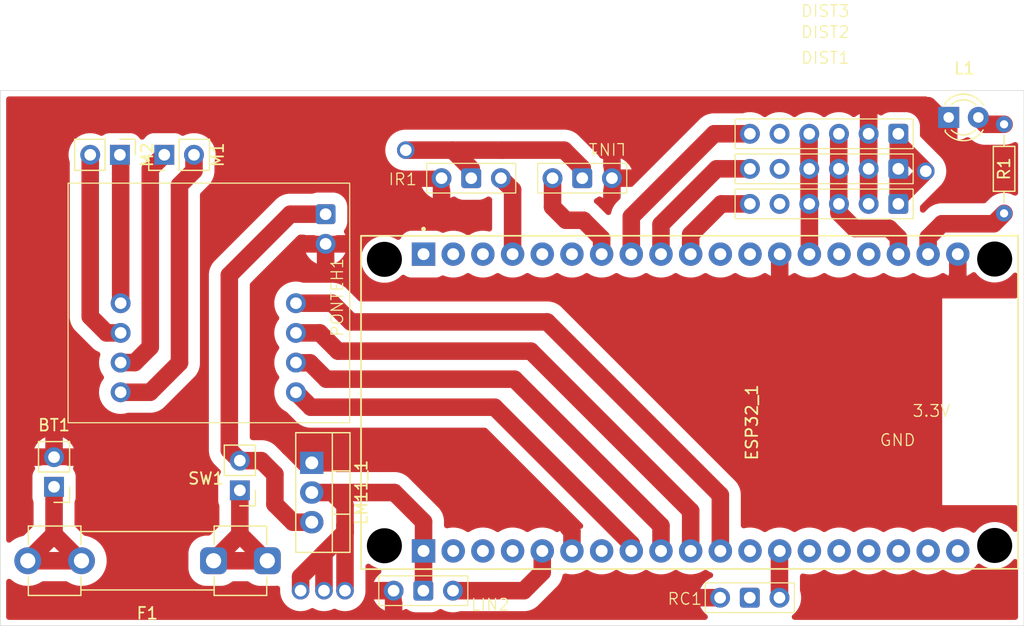
<source format=kicad_pcb>
(kicad_pcb (version 20241229) (generator "pcbnew") (generator_version "9.0")
  (layers (0 "F.Cu" signal) (2 "B.Cu" signal) (13 "F.Paste" user) (15 "B.Paste" user) (5 "F.SilkS" user "F.Silkscreen") (7 "B.SilkS" user "B.Silkscreen") (1 "F.Mask" user) (3 "B.Mask" user) (25 "Edge.Cuts" user))
  (net 0 "")
  (net 3 "Net-(BT1-+)")
  (net 5 "GND")
  (net 8 "VCC 3.3v")
  (net 10 "DIST_SCL")
  (net 12 "DIST_XSHUT_1")
  (net 13 "DIST_SDA")
  (net 14 "DIST_XSHUT_2")
  (net 15 "DIST_XSHUT_3")
  (net 16 "LED")
  (net 17 "Net-(M1-+)")
  (net 18 "Net-(M1--)")
  (net 19 "Net-(M2--)")
  (net 20 "Net-(M2-+)")
  (net 21 "PONTEH_3")
  (net 22 "LIN_2")
  (net 24 "PONTEH_4")
  (net 25 "LIN_1")
  (net 26 "PONTEH_1")
  (net 27 "PONTEH_2")
  (net 28 "IR")
  (net 29 "RC")
  (net 30 "Net-(SW1A-A)")
  (net 31 "Net-(L1-A)")
  (net 32 "VCC 12v")
  (footprint "Connector_PinHeader_2.54mm:PinHeader_1x02_P2.54mm_Vertical" (layer "F.Cu") (at 125.9 84.4125 180)
    (property "Reference" "SW1" (at 2.9 1.0125 0) (layer "F.SilkS"))
    (property "Value" "SW_DPST_x2")
    (fp_line (start 1.33 1.27) (end 1.33 3.87) (stroke (width 0.12)) (layer "F.SilkS"))
    (fp_line (start -1.33 3.87) (end 1.33 3.87) (stroke (width 0.12)) (layer "F.SilkS"))
    (fp_line (start -1.33 1.27) (end 1.33 1.27) (stroke (width 0.12)) (layer "F.SilkS"))
    (fp_line (start -1.33 1.27) (end -1.33 3.87) (stroke (width 0.12)) (layer "F.SilkS"))
    (fp_line (start -1.33 0) (end -1.33 -1.33) (stroke (width 0.12)) (layer "F.SilkS"))
    (fp_line (start -1.33 -1.33) (end 0 -1.33) (stroke (width 0.12)) (layer "F.SilkS"))
    (pad "1" thru_hole rect (at 0 0 180) (size 1.7 1.7) (drill 1) (layers "*.Cu" "*.Mask") (net 30 "Net-(SW1A-A)"))
    (pad "2" thru_hole oval (at 0 2.54 180) (size 1.7 1.7) (drill 1) (layers "*.Cu" "*.Mask") (net 32 "VCC 12v"))
  )
  (footprint "Biblioteca_Footprints:Vl53l0x_custom" (layer "F.Cu") (at 175.9 59.9 180)
    (property "Reference" "DIST3" (at -0.1 16.5 0) (layer "F.SilkS") (effects (font (thickness 0.1))))
    (property "Value" "VL53L0XX-V2")
    (fp_poly (pts (xy -7.62 -1.27) (xy 7.62 -1.27) (xy 7.62 1.27) (xy -7.62 1.27)) (stroke (width 0.1)) (fill no) (layer "F.SilkS"))
    (pad "1" thru_hole roundrect (at -6.35 0 270) (size 1.7 1.7) (drill 1) (layers "*.Cu" "*.Mask") (roundrect_rratio 0.1470588235) (net 8 "VCC 3.3v"))
    (pad "2" thru_hole oval (at -3.810003 0 270) (size 1.7 1.7) (drill 1) (layers "*.Cu" "*.Mask") (net 5 "GND"))
    (pad "3" thru_hole oval (at -1.27 0 270) (size 1.7 1.7) (drill 1) (layers "*.Cu" "*.Mask") (net 10 "DIST_SCL"))
    (pad "4" thru_hole oval (at 1.27 0 270) (size 1.7 1.7) (drill 1) (layers "*.Cu" "*.Mask") (net 13 "DIST_SDA"))
    (pad "5" thru_hole oval (at 3.810003 0 270) (size 1.7 1.7) (drill 1) (layers "*.Cu" "*.Mask"))
    (pad "6" thru_hole oval (at 6.35 0 270) (size 1.7 1.7) (drill 1) (layers "*.Cu" "*.Mask") (net 15 "DIST_XSHUT_3"))
  )
  (footprint "Fuse:Fuseholder_Clip-5x20mm_Littelfuse_100_Inline_P20.50x4.60mm_D1.30mm_Horizontal" (layer "F.Cu") (at 128.25 90.4375 180)
    (property "Reference" "F1" (at 10.275 -4.5 0) (layer "F.SilkS"))
    (property "Value" "Fuse")
    (fp_line (start 20.45 1.4) (end 20.45 2.97) (stroke (width 0.12)) (layer "F.SilkS"))
    (fp_line (start 20.45 -1.4) (end 20.45 -2.97) (stroke (width 0.12)) (layer "F.SilkS"))
    (fp_line (start 20.45 -2.97) (end 15.95 -2.97) (stroke (width 0.12)) (layer "F.SilkS"))
    (fp_line (start 15.95 2.97) (end 20.45 2.97) (stroke (width 0.12)) (layer "F.SilkS"))
    (fp_line (start 15.95 2.97) (end 15.95 1.4) (stroke (width 0.12)) (layer "F.SilkS"))
    (fp_line (start 15.95 2.5) (end 4.55 2.5) (stroke (width 0.12)) (layer "F.SilkS"))
    (fp_line (start 15.95 -2.5) (end 4.55 -2.5) (stroke (width 0.12)) (layer "F.SilkS"))
    (fp_line (start 15.95 -2.97) (end 15.95 -1.4) (stroke (width 0.12)) (layer "F.SilkS"))
    (fp_line (start 4.55 2.97) (end 4.55 1.4) (stroke (width 0.12)) (layer "F.SilkS"))
    (fp_line (start 4.55 2.97) (end 0.05 2.97) (stroke (width 0.12)) (layer "F.SilkS"))
    (fp_line (start 4.55 -2.97) (end 4.55 -1.4) (stroke (width 0.12)) (layer "F.SilkS"))
    (fp_line (start 4.55 -2.97) (end 0.05 -2.97) (stroke (width 0.12)) (layer "F.SilkS"))
    (fp_line (start 0.05 2.97) (end 0.05 1.4) (stroke (width 0.12)) (layer "F.SilkS"))
    (fp_line (start 0.05 -2.97) (end 0.05 -1.4) (stroke (width 0.12)) (layer "F.SilkS"))
    (pad "1" thru_hole roundrect (at 0 0 180) (size 2.3 2.3) (drill 1.3) (layers "*.Cu" "*.Mask") (net 30 "Net-(SW1A-A)"))
    (pad "1" thru_hole roundrect (at 4.6 0 180) (size 2.3 2.3) (drill 1.3) (layers "*.Cu" "*.Mask") (net 30 "Net-(SW1A-A)"))
    (pad "2" thru_hole circle (at 15.9 0 180) (size 2.3 2.3) (drill 1.3) (layers "*.Cu" "*.Mask") (net 3 "Net-(BT1-+)"))
    (pad "2" thru_hole circle (at 20.5 0 180) (size 2.3 2.3) (drill 1.3) (layers "*.Cu" "*.Mask") (net 3 "Net-(BT1-+)"))
  )
  (footprint "Connector_PinHeader_2.54mm:PinHeader_1x02_P2.54mm_Vertical" (layer "F.Cu") (at 115.635 55.7 -90)
    (property "Reference" "M2" (at 0 -2.33 90) (layer "F.SilkS"))
    (property "Value" "Motor_DC")
    (fp_line (start -1.33 3.87) (end 1.33 3.87) (stroke (width 0.12)) (layer "F.SilkS"))
    (fp_line (start -1.33 1.27) (end -1.33 3.87) (stroke (width 0.12)) (layer "F.SilkS"))
    (fp_line (start -1.33 1.27) (end 1.33 1.27) (stroke (width 0.12)) (layer "F.SilkS"))
    (fp_line (start 1.33 1.27) (end 1.33 3.87) (stroke (width 0.12)) (layer "F.SilkS"))
    (fp_line (start -1.33 0) (end -1.33 -1.33) (stroke (width 0.12)) (layer "F.SilkS"))
    (fp_line (start -1.33 -1.33) (end 0 -1.33) (stroke (width 0.12)) (layer "F.SilkS"))
    (pad "1" thru_hole rect (at 0 0 270) (size 1.7 1.7) (drill 1) (layers "*.Cu" "*.Mask") (net 20 "Net-(M2-+)"))
    (pad "2" thru_hole oval (at 0 2.54 270) (size 1.7 1.7) (drill 1) (layers "*.Cu" "*.Mask") (net 19 "Net-(M2--)"))
  )
  (footprint "Biblioteca_Footprints:QRE1113_custom" (layer "F.Cu") (at 155.2 57.7 180)
    (property "Reference" "LIN1" (at -2.1 2.5 180) (layer "F.SilkS") (effects (font (thickness 0.1))))
    (property "Value" "~" (hide yes))
    (fp_rect (start -3.81 -1.27) (end 3.81 1.27) (stroke (width 0.1)) (fill no) (layer "F.SilkS"))
    (pad "1" thru_hole roundrect (at 0 0 270) (size 1.7 1.7) (drill 1) (layers "*.Cu" "*.Mask") (roundrect_rratio 0.1470588235) (net 8 "VCC 3.3v"))
    (pad "2" thru_hole oval (at -2.54 0 270) (size 1.7 1.7) (drill 1) (layers "*.Cu" "*.Mask") (net 5 "GND"))
    (pad "3" thru_hole oval (at 2.54 0 270) (size 1.7 1.7) (drill 1) (layers "*.Cu" "*.Mask") (net 25 "LIN_1"))
  )
  (footprint "Biblioteca_Footprints:Vl53l0x_custom" (layer "F.Cu") (at 175.9 53.9 180)
    (property "Reference" "DIST1" (at -0.1 6.5 0) (layer "F.SilkS") (effects (font (thickness 0.1))))
    (property "Value" "VL53L0XX-V2")
    (fp_poly (pts (xy -7.62 -1.27) (xy 7.62 -1.27) (xy 7.62 1.27) (xy -7.62 1.27)) (stroke (width 0.1)) (fill no) (layer "F.SilkS"))
    (pad "1" thru_hole roundrect (at -6.35 0 270) (size 1.7 1.7) (drill 1) (layers "*.Cu" "*.Mask") (roundrect_rratio 0.1470588235) (net 8 "VCC 3.3v"))
    (pad "2" thru_hole oval (at -3.810003 0 270) (size 1.7 1.7) (drill 1) (layers "*.Cu" "*.Mask") (net 5 "GND"))
    (pad "3" thru_hole oval (at -1.27 0 270) (size 1.7 1.7) (drill 1) (layers "*.Cu" "*.Mask") (net 10 "DIST_SCL"))
    (pad "4" thru_hole oval (at 1.27 0 270) (size 1.7 1.7) (drill 1) (layers "*.Cu" "*.Mask") (net 13 "DIST_SDA"))
    (pad "5" thru_hole oval (at 3.810003 0 270) (size 1.7 1.7) (drill 1) (layers "*.Cu" "*.Mask"))
    (pad "6" thru_hole oval (at 6.35 0 270) (size 1.7 1.7) (drill 1) (layers "*.Cu" "*.Mask") (net 12 "DIST_XSHUT_1"))
  )
  (footprint "Resistor_THT:R_Axial_DIN0204_L3.6mm_D1.6mm_P7.62mm_Horizontal" (layer "F.Cu") (at 191.3 60.71 90)
    (property "Reference" "R1" (at 3.81 0 90) (layer "F.SilkS"))
    (property "Value" "R")
    (fp_line (start 5.73 -0.92) (end 1.89 -0.92) (stroke (width 0.12)) (layer "F.SilkS"))
    (fp_line (start 1.89 -0.92) (end 1.89 0.92) (stroke (width 0.12)) (layer "F.SilkS"))
    (fp_line (start 6.68 0) (end 5.73 0) (stroke (width 0.12)) (layer "F.SilkS"))
    (fp_line (start 0.94 0) (end 1.89 0) (stroke (width 0.12)) (layer "F.SilkS"))
    (fp_line (start 5.73 0.92) (end 5.73 -0.92) (stroke (width 0.12)) (layer "F.SilkS"))
    (fp_line (start 1.89 0.92) (end 5.73 0.92) (stroke (width 0.12)) (layer "F.SilkS"))
    (pad "1" thru_hole circle (at 0 0 90) (size 1.4 1.4) (drill 0.7) (layers "*.Cu" "*.Mask") (net 16 "LED"))
    (pad "2" thru_hole oval (at 7.62 0 90) (size 1.4 1.4) (drill 0.7) (layers "*.Cu" "*.Mask") (net 31 "Net-(L1-A)"))
  )
  (footprint "Biblioteca_Footprints:Vl53l0x_custom" (layer "F.Cu") (at 175.9 56.9 180)
    (property "Reference" "DIST2" (at -0.1 11.7 0) (layer "F.SilkS") (effects (font (thickness 0.1))))
    (property "Value" "VL53L0XX-V2")
    (fp_rect (start -7.62 -1.27) (end 7.62 1.27) (stroke (width 0.1)) (fill no) (layer "F.SilkS"))
    (pad "1" thru_hole roundrect (at -6.35 0 270) (size 1.7 1.7) (drill 1) (layers "*.Cu" "*.Mask") (roundrect_rratio 0.1470588235) (net 8 "VCC 3.3v"))
    (pad "2" thru_hole oval (at -3.81 0 270) (size 1.7 1.7) (drill 1) (layers "*.Cu" "*.Mask") (net 5 "GND"))
    (pad "3" thru_hole oval (at -1.27 0 270) (size 1.7 1.7) (drill 1) (layers "*.Cu" "*.Mask") (net 10 "DIST_SCL"))
    (pad "4" thru_hole oval (at 1.27 0 270) (size 1.7 1.7) (drill 1) (layers "*.Cu" "*.Mask") (net 13 "DIST_SDA"))
    (pad "5" thru_hole oval (at 3.81 0 270) (size 1.7 1.7) (drill 1) (layers "*.Cu" "*.Mask"))
    (pad "6" thru_hole oval (at 6.35 0 270) (size 1.7 1.7) (drill 1) (layers "*.Cu" "*.Mask") (net 14 "DIST_XSHUT_2"))
  )
  (footprint "Connector_PinHeader_2.54mm:PinHeader_1x02_P2.54mm_Vertical" (layer "F.Cu") (at 110 84.1125 180)
    (property "Reference" "BT1" (at 0 5.275 0) (layer "F.SilkS"))
    (property "Value" "Battery")
    (fp_line (start 1.33 1.27) (end 1.33 3.87) (stroke (width 0.12)) (layer "F.SilkS"))
    (fp_line (start -1.33 3.87) (end 1.33 3.87) (stroke (width 0.12)) (layer "F.SilkS"))
    (fp_line (start -1.33 1.27) (end 1.33 1.27) (stroke (width 0.12)) (layer "F.SilkS"))
    (fp_line (start -1.33 1.27) (end -1.33 3.87) (stroke (width 0.12)) (layer "F.SilkS"))
    (fp_line (start -1.33 0) (end -1.33 -1.33) (stroke (width 0.12)) (layer "F.SilkS"))
    (fp_line (start -1.33 -1.33) (end 0 -1.33) (stroke (width 0.12)) (layer "F.SilkS"))
    (pad "1" thru_hole rect (at 0 0 180) (size 1.7 1.7) (drill 1) (layers "*.Cu" "*.Mask") (net 3 "Net-(BT1-+)"))
    (pad "2" thru_hole oval (at 0 2.54 180) (size 1.7 1.7) (drill 1) (layers "*.Cu" "*.Mask") (net 5 "GND"))
  )
  (footprint "Biblioteca_Footprints:PONTEH_custom" (layer "F.Cu") (at 115.7 78.56 90)
    (property "Reference" "PONTEH1" (at 10.66 18.535 90) (layer "F.SilkS") (effects (font (thickness 0.1))))
    (property "Value" "L298")
    (fp_rect (start 20.435 -4.5) (end -0.065 19.6) (stroke (width 0.1)) (fill no) (layer "F.SilkS"))
    (pad "1" thru_hole roundrect (at 17.78 17.54) (size 1.7 1.7) (drill 1) (layers "*.Cu" "*.Mask") (roundrect_rratio 0.1470588235) (net 32 "VCC 12v"))
    (pad "2" thru_hole oval (at 15.24 17.54) (size 1.7 1.7) (drill 1) (layers "*.Cu" "*.Mask") (net 5 "GND"))
    (pad "3" thru_hole oval (at 10.16 15) (size 1.7 1.7) (drill 1) (layers "*.Cu" "*.Mask") (net 26 "PONTEH_1"))
    (pad "4" thru_hole oval (at 7.62 15) (size 1.7 1.7) (drill 1) (layers "*.Cu" "*.Mask") (net 27 "PONTEH_2"))
    (pad "5" thru_hole oval (at 5.08 15) (size 1.7 1.7) (drill 1) (layers "*.Cu" "*.Mask") (net 21 "PONTEH_3"))
    (pad "6" thru_hole oval (at 2.54 15) (size 1.7 1.7) (drill 1) (layers "*.Cu" "*.Mask") (net 24 "PONTEH_4"))
    (pad "7" thru_hole oval (at 10.16 0) (size 1.7 1.7) (drill 1) (layers "*.Cu" "*.Mask") (net 20 "Net-(M2-+)"))
    (pad "8" thru_hole oval (at 7.62 0) (size 1.7 1.7) (drill 1) (layers "*.Cu" "*.Mask") (net 19 "Net-(M2--)"))
    (pad "9" thru_hole oval (at 5.08 0) (size 1.7 1.7) (drill 1) (layers "*.Cu" "*.Mask") (net 17 "Net-(M1-+)"))
    (pad "A" thru_hole oval (at 2.54 0) (size 1.7 1.7) (drill 1) (layers "*.Cu" "*.Mask") (net 18 "Net-(M1--)"))
  )
  (footprint "Biblioteca_Footprints:KY022_custom" (layer "F.Cu") (at 145.7 57.7)
    (property "Reference" "IR1" (at -5.86 0.1 0) (layer "F.SilkS") (effects (font (thickness 0.1))))
    (property "Value" "~" (hide yes))
    (fp_rect (start -3.81 -1.27) (end 3.81 1.27) (stroke (width 0.1)) (fill no) (layer "F.SilkS"))
    (pad "1" thru_hole roundrect (at 0 0 90) (size 1.7 1.7) (drill 1) (layers "*.Cu" "*.Mask") (roundrect_rratio 0.1470588235) (net 8 "VCC 3.3v"))
    (pad "2" thru_hole oval (at -2.54 0 90) (size 1.7 1.7) (drill 1) (layers "*.Cu" "*.Mask") (net 5 "GND"))
    (pad "3" thru_hole oval (at 2.54 0 90) (size 1.7 1.7) (drill 1) (layers "*.Cu" "*.Mask") (net 28 "IR"))
  )
  (footprint "Package_TO_SOT_THT:TO-220-3_Vertical" (layer "F.Cu") (at 132.055 82.06 -90)
    (property "Reference" "LM11_1" (at 2.54 -4.245 90) (layer "F.SilkS"))
    (property "Value" "LM1117T-3.3")
    (fp_line (start -2.58 1.371) (end 7.66 1.371) (stroke (width 0.12)) (layer "F.SilkS"))
    (fp_line (start -2.58 -1.76) (end 7.66 -1.76) (stroke (width 0.12)) (layer "F.SilkS"))
    (fp_line (start -2.58 -3.27) (end -2.58 1.371) (stroke (width 0.12)) (layer "F.SilkS"))
    (fp_line (start -2.58 -3.27) (end 7.66 -3.27) (stroke (width 0.12)) (layer "F.SilkS"))
    (fp_line (start 0.69 -3.27) (end 0.69 -1.76) (stroke (width 0.12)) (layer "F.SilkS"))
    (fp_line (start 4.391 -3.27) (end 4.391 -1.76) (stroke (width 0.12)) (layer "F.SilkS"))
    (fp_line (start 7.66 -3.27) (end 7.66 1.371) (stroke (width 0.12)) (layer "F.SilkS"))
    (pad "1" thru_hole rect (at 0 0 270) (size 1.905 2) (drill 1.1) (layers "*.Cu" "*.Mask") (net 5 "GND"))
    (pad "2" thru_hole oval (at 2.54 0 270) (size 1.905 2) (drill 1.1) (layers "*.Cu" "*.Mask") (net 8 "VCC 3.3v"))
    (pad "3" thru_hole oval (at 5.08 0 270) (size 1.905 2) (drill 1.1) (layers "*.Cu" "*.Mask") (net 32 "VCC 12v"))
  )
  (footprint "Connector_PinHeader_2.54mm:PinHeader_1x02_P2.54mm_Vertical" (layer "F.Cu") (at 119.435 55.7 90)
    (property "Reference" "M1" (at 0 4.575 90) (layer "F.SilkS"))
    (property "Value" "Motor_DC")
    (fp_line (start -1.33 -1.33) (end 0 -1.33) (stroke (width 0.12)) (layer "F.SilkS"))
    (fp_line (start -1.33 0) (end -1.33 -1.33) (stroke (width 0.12)) (layer "F.SilkS"))
    (fp_line (start 1.33 1.27) (end 1.33 3.87) (stroke (width 0.12)) (layer "F.SilkS"))
    (fp_line (start -1.33 1.27) (end 1.33 1.27) (stroke (width 0.12)) (layer "F.SilkS"))
    (fp_line (start -1.33 1.27) (end -1.33 3.87) (stroke (width 0.12)) (layer "F.SilkS"))
    (fp_line (start -1.33 3.87) (end 1.33 3.87) (stroke (width 0.12)) (layer "F.SilkS"))
    (pad "1" thru_hole rect (at 0 0 90) (size 1.7 1.7) (drill 1) (layers "*.Cu" "*.Mask") (net 17 "Net-(M1-+)"))
    (pad "2" thru_hole oval (at 0 2.54 90) (size 1.7 1.7) (drill 1) (layers "*.Cu" "*.Mask") (net 18 "Net-(M1--)"))
  )
  (footprint "Biblioteca_Footprints:QRE1113_custom" (layer "F.Cu") (at 141.6 93)
    (property "Reference" "LIN2" (at 5.725 1.2 0) (layer "F.SilkS") (effects (font (thickness 0.1))))
    (property "Value" "~" (hide yes))
    (fp_rect (start -3.81 -1.27) (end 3.81 1.27) (stroke (width 0.1)) (fill no) (layer "F.SilkS"))
    (pad "1" thru_hole roundrect (at 0 0 90) (size 1.7 1.7) (drill 1) (layers "*.Cu" "*.Mask") (roundrect_rratio 0.1470588235) (net 8 "VCC 3.3v"))
    (pad "2" thru_hole oval (at -2.54 0 90) (size 1.7 1.7) (drill 1) (layers "*.Cu" "*.Mask") (net 5 "GND"))
    (pad "3" thru_hole oval (at 2.54 0 90) (size 1.7 1.7) (drill 1) (layers "*.Cu" "*.Mask") (net 22 "LIN_2"))
  )
  (footprint "ESP32-DEVKIT-V1:MODULE_ESP32_DEVKIT_V1" (layer "F.Cu") (at 167.02 76.9 90)
    (property "Reference" "ESP32_1" (at -1.7 2.7 90) (layer "F.SilkS"))
    (property "Value" "ESP32-DEVKIT-V1")
    (fp_line (start 14.255 -30.75) (end 3.186 -30.75) (stroke (width 0.127)) (layer "F.SilkS"))
    (fp_line (start 14.255 -30.75) (end -14.255 -30.75) (stroke (width 0.127)) (layer "F.SilkS"))
    (fp_line (start 3.186 -30.75) (end -3.525 -30.75) (stroke (width 0.127)) (layer "F.SilkS"))
    (fp_line (start -3.525 -30.75) (end -14.255 -30.75) (stroke (width 0.127)) (layer "F.SilkS"))
    (fp_line (start -14.255 -30.75) (end -14.23 25.475) (stroke (width 0.127)) (layer "F.SilkS"))
    (fp_line (start -14.255 -30.75) (end -14.23 25.475) (stroke (width 0.127)) (layer "F.SilkS"))
    (fp_line (start 14.28 25.475) (end 14.28 -30.75) (stroke (width 0.127)) (layer "F.SilkS"))
    (fp_line (start 14.28 25.475) (end 14.255 -30.75) (stroke (width 0.127)) (layer "F.SilkS"))
    (fp_line (start 14.28 25.475) (end 8.91 25.475) (stroke (width 0.127)) (layer "F.SilkS"))
    (fp_line (start 8.91 25.475) (end -8.78 25.475) (stroke (width 0.127)) (layer "F.SilkS"))
    (fp_line (start -8.78 25.475) (end -14.23 25.475) (stroke (width 0.127)) (layer "F.SilkS"))
    (fp_line (start -14.23 25.475) (end 14.28 25.475) (stroke (width 0.127)) (layer "F.SilkS"))
    (fp_circle (center 14.85 -25.4) (end 14.75 -25.4) (stroke (width 0.2)) (fill no) (layer "F.SilkS"))
    (pad "" np_thru_hole circle (at -12.255 -28.75 90) (size 3 3) (drill 3) (layers "*.Mask") (clearance 0.5))
    (pad "" np_thru_hole circle (at -12.23 23.475 90) (size 3 3) (drill 3) (layers "*.Mask") (clearance 0.5))
    (pad "" np_thru_hole circle (at 12.255 -28.75 90) (size 3 3) (drill 3) (layers "*.Mask") (clearance 0.5))
    (pad "" np_thru_hole circle (at 12.28 23.475 90) (size 3 3) (drill 3) (layers "*.Mask") (clearance 0.5))
    (pad "1" thru_hole rect (at 12.7 -25.4 90) (size 2 2) (drill 1.02) (layers "*.Cu" "*.Mask"))
    (pad "2" thru_hole circle (at 12.7 -22.86 90) (size 2 2) (drill 1.02) (layers "*.Cu" "*.Mask"))
    (pad "3" thru_hole circle (at 12.7 -20.32 90) (size 2 2) (drill 1.02) (layers "*.Cu" "*.Mask"))
    (pad "4" thru_hole circle (at 12.7 -17.78 90) (size 2 2) (drill 1.02) (layers "*.Cu" "*.Mask") (net 28 "IR"))
    (pad "5" thru_hole circle (at 12.7 -15.24 90) (size 2 2) (drill 1.02) (layers "*.Cu" "*.Mask"))
    (pad "6" thru_hole circle (at 12.7 -12.7 90) (size 2 2) (drill 1.02) (layers "*.Cu" "*.Mask"))
    (pad "7" thru_hole circle (at 12.7 -10.16 90) (size 2 2) (drill 1.02) (layers "*.Cu" "*.Mask") (net 25 "LIN_1"))
    (pad "8" thru_hole circle (at 12.7 -7.62 90) (size 2 2) (drill 1.02) (layers "*.Cu" "*.Mask") (net 12 "DIST_XSHUT_1"))
    (pad "9" thru_hole circle (at 12.7 -5.08 90) (size 2 2) (drill 1.02) (layers "*.Cu" "*.Mask") (net 14 "DIST_XSHUT_2"))
    (pad "10" thru_hole circle (at 12.7 -2.54 90) (size 2 2) (drill 1.02) (layers "*.Cu" "*.Mask") (net 15 "DIST_XSHUT_3"))
    (pad "11" thru_hole circle (at 12.7 0 90) (size 2 2) (drill 1.02) (layers "*.Cu" "*.Mask"))
    (pad "12" thru_hole circle (at 12.7 2.54 90) (size 2 2) (drill 1.02) (layers "*.Cu" "*.Mask"))
    (pad "13" thru_hole circle (at 12.7 5.08 90) (size 2 2) (drill 1.02) (layers "*.Cu" "*.Mask") (net 5 "GND"))
    (pad "14" thru_hole circle (at 12.7 7.62 90) (size 2 2) (drill 1.02) (layers "*.Cu" "*.Mask") (net 13 "DIST_SDA"))
    (pad "15" thru_hole circle (at 12.7 10.16 90) (size 2 2) (drill 1.02) (layers "*.Cu" "*.Mask"))
    (pad "16" thru_hole circle (at 12.7 12.7 90) (size 2 2) (drill 1.02) (layers "*.Cu" "*.Mask"))
    (pad "17" thru_hole circle (at 12.7 15.24 90) (size 2 2) (drill 1.02) (layers "*.Cu" "*.Mask") (net 10 "DIST_SCL"))
    (pad "18" thru_hole circle (at 12.7 17.78 90) (size 2 2) (drill 1.02) (layers "*.Cu" "*.Mask") (net 16 "LED"))
    (pad "19" thru_hole circle (at 12.7 20.32 90) (size 2 2) (drill 1.02) (layers "*.Cu" "*.Mask") (net 5 "GND"))
    (pad "20" thru_hole circle (at -12.7 20.32 90) (size 2 2) (drill 1.02) (layers "*.Cu" "*.Mask"))
    (pad "21" thru_hole circle (at -12.7 17.78 90) (size 2 2) (drill 1.02) (layers "*.Cu" "*.Mask"))
    (pad "22" thru_hole circle (at -12.7 15.24 90) (size 2 2) (drill 1.02) (layers "*.Cu" "*.Mask"))
    (pad "23" thru_hole circle (at -12.7 12.7 90) (size 2 2) (drill 1.02) (layers "*.Cu" "*.Mask"))
    (pad "24" thru_hole circle (at -12.7 10.16 90) (size 2 2) (drill 1.02) (layers "*.Cu" "*.Mask"))
    (pad "25" thru_hole circle (at -12.7 7.62 90) (size 2 2) (drill 1.02) (layers "*.Cu" "*.Mask"))
    (pad "26" thru_hole circle (at -12.7 5.08 90) (size 2 2) (drill 1.02) (layers "*.Cu" "*.Mask") (net 29 "RC"))
    (pad "27" thru_hole circle (at -12.7 2.54 90) (size 2 2) (drill 1.02) (layers "*.Cu" "*.Mask"))
    (pad "28" thru_hole circle (at -12.7 0 90) (size 2 2) (drill 1.02) (layers "*.Cu" "*.Mask") (net 26 "PONTEH_1"))
    (pad "29" thru_hole circle (at -12.7 -2.54 90) (size 2 2) (drill 1.02) (layers "*.Cu" "*.Mask") (net 27 "PONTEH_2"))
    (pad "30" thru_hole circle (at -12.7 -5.08 90) (size 2 2) (drill 1.02) (layers "*.Cu" "*.Mask") (net 21 "PONTEH_3"))
    (pad "31" thru_hole circle (at -12.7 -7.62 90) (size 2 2) (drill 1.02) (layers "*.Cu" "*.Mask") (net 24 "PONTEH_4"))
    (pad "32" thru_hole circle (at -12.7 -10.16 90) (size 2 2) (drill 1.02) (layers "*.Cu" "*.Mask"))
    (pad "33" thru_hole circle (at -12.7 -12.7 90) (size 2 2) (drill 1.02) (layers "*.Cu" "*.Mask") (net 5 "GND"))
    (pad "34" thru_hole circle (at -12.7 -15.24 90) (size 2 2) (drill 1.02) (layers "*.Cu" "*.Mask") (net 22 "LIN_2"))
    (pad "35" thru_hole circle (at -12.7 -17.78 90) (size 2 2) (drill 1.02) (layers "*.Cu" "*.Mask"))
    (pad "36" thru_hole circle (at -12.7 -20.32 90) (size 2 2) (drill 1.02) (layers "*.Cu" "*.Mask"))
    (pad "37" thru_hole circle (at -12.7 -22.86 90) (size 2 2) (drill 1.02) (layers "*.Cu" "*.Mask"))
    (pad "38" thru_hole rect (at -12.7 -25.4 90) (size 2 2) (drill 1.02) (layers "*.Cu" "*.Mask") (net 8 "VCC 3.3v"))
    (zone (net 0) (net_name "") (layer "F.Cu") (connect_pads (clearance 0)) (min_thickness 0.01)
      (keepout (tracks not_allowed) (vias not_allowed) (pads not_allowed) (copperpour not_allowed) (footprints allowed))
      (fill (thermal_gap 0.508) (thermal_bridge_width 0.508))
      (polygon (pts (xy 186.005 67.99) (xy 186.005 85.68) (xy 192.495 85.68) (xy 192.495 67.99)))
    )
  )
  (footprint "Biblioteca_Footprints:RC_custom" (layer "F.Cu") (at 169.54 93.6)
    (property "Reference" "RC1" (at -5.56 0.1 0) (layer "F.SilkS") (effects (font (thickness 0.1))))
    (property "Value" "~")
    (fp_rect (start -3.81 -1.27) (end 3.81 1.27) (stroke (width 0.1)) (fill no) (layer "F.SilkS"))
    (pad "1" thru_hole roundrect (at 0 0 90) (size 1.7 1.7) (drill 1) (layers "*.Cu" "*.Mask") (roundrect_rratio 0.1470588235) (net 8 "VCC 3.3v"))
    (pad "2" thru_hole oval (at -2.54 0 90) (size 1.7 1.7) (drill 1) (layers "*.Cu" "*.Mask") (net 5 "GND"))
    (pad "3" thru_hole oval (at 2.54 0 90) (size 1.7 1.7) (drill 1) (layers "*.Cu" "*.Mask") (net 29 "RC"))
  )
  (footprint "LED_THT:LED_D3.0mm" (layer "F.Cu") (at 186.56 52.5)
    (property "Reference" "L1" (at 1.34 -4.2 0) (layer "F.SilkS"))
    (property "Value" "LED")
    (fp_line (start -0.29 -1.236) (end -0.29 -1.08) (stroke (width 0.12)) (layer "F.SilkS"))
    (fp_line (start -0.29 1.08) (end -0.29 1.236) (stroke (width 0.12)) (layer "F.SilkS"))
    (fp_arc (start -0.29 -1.235516) (mid 1.365624 -1.987701) (end 2.941397 -1.080061) (stroke (width 0.12)) (layer "F.SilkS"))
    (fp_arc (start 0.229039 -1.08) (mid 1.269964 -1.5) (end 2.31091 -1.080049) (stroke (width 0.12)) (layer "F.SilkS"))
    (fp_arc (start 2.31091 1.080049) (mid 1.269964 1.5) (end 0.229039 1.08) (stroke (width 0.12)) (layer "F.SilkS"))
    (fp_arc (start 2.941397 1.080061) (mid 1.365624 1.987701) (end -0.29 1.235516) (stroke (width 0.12)) (layer "F.SilkS"))
    (pad "1" thru_hole rect (at 0 0) (size 1.8 1.8) (drill 0.9) (layers "*.Cu" "*.Mask") (net 5 "GND"))
    (pad "2" thru_hole circle (at 2.54 0) (size 1.8 1.8) (drill 0.9) (layers "*.Cu" "*.Mask") (net 31 "Net-(L1-A)"))
  )
  (gr_rect (start 105.4 50.2) (end 193 96) (stroke (width 0.05)) (fill no) (layer "Edge.Cuts"))
  (gr_text "GND" (at 180.6 80.7 0) (layer "F.SilkS") (effects (font (size 1 1) (thickness 0.1)) (justify left bottom)))
  (gr_text "3.3V" (at 183.4 78.2 0) (layer "F.SilkS") (effects (font (size 1 1) (thickness 0.1)) (justify left bottom)))
  (segment (start 112.35 90.4375) (end 112.25 90.4375) (width 1.5) (layer "F.Cu") (net 3))
  (segment (start 112.25 90.4375) (end 110 88.1875) (width 1.5) (layer "F.Cu") (net 3))
  (segment (start 107.75 90.4375) (end 112.35 90.4375) (width 1.5) (layer "F.Cu") (net 3))
  (segment (start 110 88.1875) (end 107.75 90.4375) (width 1.5) (layer "F.Cu") (net 3))
  (segment (start 110 84.1125) (end 110 88.1875) (width 1.5) (layer "F.Cu") (net 3))
  (segment (start 131.46 82.06) (end 130.1 80.7) (width 1.5) (layer "F.Cu") (net 5))
  (segment (start 179.710003 53.9) (end 179.710003 51.710003) (width 1.5) (layer "F.Cu") (net 5))
  (segment (start 179.710003 53.9) (end 179.710003 56.899997) (width 1.5) (layer "F.Cu") (net 5))
  (segment (start 179.710003 56.899997) (end 179.71 56.9) (width 1.5) (layer "F.Cu") (net 5))
  (segment (start 179.71 59.899997) (end 179.710003 59.9) (width 1.5) (layer "F.Cu") (net 5))
  (segment (start 187.34 64.2) (end 187.34 66.06) (width 1.5) (layer "F.Cu") (net 5))
  (segment (start 179.710003 51.710003) (end 179.7 51.7) (width 1.5) (layer "F.Cu") (net 5))
  (segment (start 185.8 52.5) (end 184.8 51.5) (width 1.5) (layer "F.Cu") (net 5))
  (segment (start 187.34 66.06) (end 187.3 66.1) (width 1.5) (layer "F.Cu") (net 5))
  (segment (start 185.4 52.1) (end 185.4 53.9) (width 1.5) (layer "F.Cu") (net 5))
  (segment (start 154.32 89.6) (end 154.32 87.92) (width 1.5) (layer "F.Cu") (net 5))
  (segment (start 154.32 87.92) (end 154 87.6) (width 1.5) (layer "F.Cu") (net 5))
  (segment (start 179.71 56.9) (end 179.71 59.899997) (width 1.5) (layer "F.Cu") (net 5))
  (segment (start 172.1 64.2) (end 172.1 66.8) (width 1.5) (layer "F.Cu") (net 5))
  (segment (start 186.56 52.5) (end 185.8 52.5) (width 1.5) (layer "F.Cu") (net 5))
  (segment (start 132.055 82.06) (end 131.46 82.06) (width 1.5) (layer "F.Cu") (net 5))
  (segment (start 184.8 51.5) (end 185.4 52.1) (width 1.5) (layer "F.Cu") (net 5))
  (segment (start 130.1 80.7) (end 133.9 80.7) (width 1.5) (layer "F.Cu") (net 5))
  (segment (start 141.62 92.96) (end 141.66 93) (width 1.5) (layer "F.Cu") (net 8))
  (segment (start 131.1 91.8) (end 134.9 88) (width 1.5) (layer "F.Cu") (net 8))
  (segment (start 141.62 87.1) (end 141.62 89.6) (width 1.5) (layer "F.Cu") (net 8))
  (segment (start 133.1 93) (end 133.1 89.8) (width 1.5) (layer "F.Cu") (net 8))
  (segment (start 132.055 84.6) (end 133.8 84.6) (width 1.5) (layer "F.Cu") (net 8))
  (segment (start 155.2 56.85) (end 155.2 57.7) (width 1.5) (layer "F.Cu") (net 8))
  (segment (start 182.25 54.75) (end 182.25 53.9) (width 1.5) (layer "F.Cu") (net 8))
  (segment (start 139.12 84.6) (end 141.62 87.1) (width 1.5) (layer "F.Cu") (net 8))
  (segment (start 145.7 57.7) (end 145.7 56.9) (width 1.5) (layer "F.Cu") (net 8))
  (segment (start 134.9 85.7) (end 134.9 87.4) (width 1.5) (layer "F.Cu") (net 8))
  (segment (start 131.1 93) (end 131.1 91.8) (width 1.5) (layer "F.Cu") (net 8))
  (segment (start 134.9 88) (end 134.9 87.4) (width 1.5) (layer "F.Cu") (net 8))
  (segment (start 148.3 55.3) (end 153.65 55.3) (width 1.5) (layer "F.Cu") (net 8))
  (segment (start 133.8 84.6) (end 134.9 85.7) (width 1.5) (layer "F.Cu") (net 8))
  (segment (start 144.1 55.3) (end 140.1 55.3) (width 1.5) (layer "F.Cu") (net 8))
  (segment (start 133.1 89.8) (end 134.9 88) (width 1.5) (layer "F.Cu") (net 8))
  (segment (start 184.6 57.1) (end 182.25 54.75) (width 1.5) (layer "F.Cu") (net 8))
  (segment (start 182.25 54.02) (end 182.23 54) (width 1.5) (layer "F.Cu") (net 8))
  (segment (start 182.23 56.92) (end 182.25 56.9) (width 1.5) (layer "F.Cu") (net 8))
  (segment (start 134.9 87.4) (end 134.9 93) (width 1.5) (layer "F.Cu") (net 8))
  (segment (start 145.66 57.66) (end 145.7 57.7) (width 1.5) (layer "F.Cu") (net 8))
  (segment (start 148.3 55.3) (end 144.1 55.3) (width 1.5) (layer "F.Cu") (net 8))
  (segment (start 133.8 84.6) (end 139.12 84.6) (width 1.5) (layer "F.Cu") (net 8))
  (segment (start 141.62 89.6) (end 141.62 92.96) (width 1.5) (layer "F.Cu") (net 8))
  (segment (start 182.23 59.9) (end 182.23 56.92) (width 1.5) (layer "F.Cu") (net 8))
  (segment (start 182.25 56.9) (end 182.25 54.02) (width 1.5) (layer "F.Cu") (net 8))
  (segment (start 182.25 59.45) (end 182.25 59.9) (width 1.5) (layer "F.Cu") (net 8))
  (segment (start 184.6 57.1) (end 182.25 59.45) (width 1.5) (layer "F.Cu") (net 8))
  (segment (start 153.65 55.3) (end 155.2 56.85) (width 1.5) (layer "F.Cu") (net 8))
  (segment (start 145.7 56.9) (end 144.1 55.3) (width 1.5) (layer "F.Cu") (net 8))
  (via (at 184.6 57.1) (size 1.5) (drill 1) (layers "F.Cu" "B.Cu") (net 8))
  (via (at 134.9 93) (size 1.5) (drill 1) (layers "F.Cu" "B.Cu") (net 8))
  (via (at 140.1 55.3) (size 1.5) (drill 1) (layers "F.Cu" "B.Cu") (net 8))
  (via (at 131.1 93) (size 1.5) (drill 1) (layers "F.Cu" "B.Cu") (net 8))
  (via (at 133.1 93) (size 1.5) (drill 1) (layers "F.Cu" "B.Cu") (net 8))
  (segment (start 182.26 62.785787) (end 181.474213 62) (width 1.5) (layer "F.Cu") (net 10))
  (segment (start 181.474213 62) (end 178.5 62) (width 1.5) (layer "F.Cu") (net 10))
  (segment (start 177.15 59.9) (end 177.15 54) (width 1.5) (layer "F.Cu") (net 10))
  (segment (start 177.17 60.67) (end 177.17 59.9) (width 1.5) (layer "F.Cu") (net 10))
  (segment (start 178.5 62) (end 177.17 60.67) (width 1.5) (layer "F.Cu") (net 10))
  (segment (start 182.26 64.2) (end 182.26 62.785787) (width 1.5) (layer "F.Cu") (net 10))
  (segment (start 159.4 61) (end 166.5 53.9) (width 1.5) (layer "F.Cu") (net 12))
  (segment (start 159.4 64.2) (end 159.4 61) (width 1.5) (layer "F.Cu") (net 12))
  (segment (start 166.5 53.9) (end 169.55 53.9) (width 1.5) (layer "F.Cu") (net 12))
  (segment (start 174.64 64.2) (end 174.64 60.3) (width 1.5) (layer "F.Cu") (net 13))
  (segment (start 174.61 59.9) (end 174.61 54) (width 1.5) (layer "F.Cu") (net 13))
  (segment (start 161.94 61.66) (end 166.7 56.9) (width 1.5) (layer "F.Cu") (net 14))
  (segment (start 166.7 56.9) (end 169.55 56.9) (width 1.5) (layer "F.Cu") (net 14))
  (segment (start 161.94 64.2) (end 161.94 61.66) (width 1.5) (layer "F.Cu") (net 14))
  (segment (start 164.48 64.2) (end 164.48 62.52) (width 1.5) (layer "F.Cu") (net 15))
  (segment (start 167.1 59.9) (end 169.55 59.9) (width 1.5) (layer "F.Cu") (net 15))
  (segment (start 164.48 62.52) (end 167.1 59.9) (width 1.5) (layer "F.Cu") (net 15))
  (segment (start 184.8 64.2) (end 184.8 62.785787) (width 1.5) (layer "F.Cu") (net 16))
  (segment (start 190.41 61.6) (end 191.3 60.71) (width 1.5) (layer "F.Cu") (net 16))
  (segment (start 184.8 62.785787) (end 185.985787 61.6) (width 1.5) (layer "F.Cu") (net 16))
  (segment (start 185.985787 61.6) (end 190.41 61.6) (width 1.5) (layer "F.Cu") (net 16))
  (segment (start 116.902081 73.48) (end 118.235 72.147081) (width 1.5) (layer "F.Cu") (net 17))
  (segment (start 118.235 56.9) (end 119.435 55.7) (width 1.5) (layer "F.Cu") (net 17))
  (segment (start 115.7 73.48) (end 115.693001 73.48) (width 1.5) (layer "F.Cu") (net 17))
  (segment (start 118.235 72.147081) (end 118.235 56.9) (width 1.5) (layer "F.Cu") (net 17))
  (segment (start 115.7 73.48) (end 116.902081 73.48) (width 1.5) (layer "F.Cu") (net 17))
  (segment (start 120.735 58.3) (end 120.735 73.5) (width 1.5) (layer "F.Cu") (net 18))
  (segment (start 118.215 76.02) (end 115.7 76.02) (width 1.5) (layer "F.Cu") (net 18))
  (segment (start 121.975 55.7) (end 121.975 57.06) (width 1.5) (layer "F.Cu") (net 18))
  (segment (start 121.975 57.06) (end 120.735 58.3) (width 1.5) (layer "F.Cu") (net 18))
  (segment (start 120.735 73.5) (end 118.215 76.02) (width 1.5) (layer "F.Cu") (net 18))
  (segment (start 114.497919 70.94) (end 113.095 69.537081) (width 1.5) (layer "F.Cu") (net 19))
  (segment (start 113.095 69.537081) (end 113.095 55.7) (width 1.5) (layer "F.Cu") (net 19))
  (segment (start 115.7 70.94) (end 114.497919 70.94) (width 1.5) (layer "F.Cu") (net 19))
  (segment (start 115.7 68.4) (end 115.7 55.765) (width 1.5) (layer "F.Cu") (net 20))
  (segment (start 115.7 55.765) (end 115.635 55.7) (width 1.5) (layer "F.Cu") (net 20))
  (segment (start 161.94 87.44) (end 161.94 89.6) (width 1.5) (layer "F.Cu") (net 21))
  (segment (start 130.726999 73.5) (end 131.9 73.5) (width 1.5) (layer "F.Cu") (net 21))
  (segment (start 149.4 74.9) (end 161.94 87.44) (width 1.5) (layer "F.Cu") (net 21))
  (segment (start 131.9 73.5) (end 133.3 74.9) (width 1.5) (layer "F.Cu") (net 21))
  (segment (start 133.3 74.9) (end 149.4 74.9) (width 1.5) (layer "F.Cu") (net 21))
  (segment (start 130.7 73.48) (end 130.706999 73.48) (width 1.5) (layer "F.Cu") (net 21))
  (segment (start 130.706999 73.48) (end 130.726999 73.5) (width 1.5) (layer "F.Cu") (net 21))
  (segment (start 144.2 93) (end 150.2 93) (width 1.5) (layer "F.Cu") (net 22))
  (segment (start 150.2 93) (end 151.78 91.42) (width 1.5) (layer "F.Cu") (net 22))
  (segment (start 151.78 91.42) (end 151.78 89.6) (width 1.5) (layer "F.Cu") (net 22))
  (segment (start 131.98 77.3) (end 147.7 77.3) (width 1.5) (layer "F.Cu") (net 24))
  (segment (start 130.7 76.02) (end 131.98 77.3) (width 1.5) (layer "F.Cu") (net 24))
  (segment (start 159.4 89) (end 159.4 89.6) (width 1.5) (layer "F.Cu") (net 24))
  (segment (start 147.7 77.3) (end 159.4 89) (width 1.5) (layer "F.Cu") (net 24))
  (segment (start 152.66 60.16) (end 153.8 61.3) (width 1.5) (layer "F.Cu") (net 25))
  (segment (start 156.86 62.86) (end 156.86 64.2) (width 1.5) (layer "F.Cu") (net 25))
  (segment (start 152.66 57.7) (end 152.66 60.16) (width 1.5) (layer "F.Cu") (net 25))
  (segment (start 153.8 61.3) (end 155.3 61.3) (width 1.5) (layer "F.Cu") (net 25))
  (segment (start 155.3 61.3) (end 156.86 62.86) (width 1.5) (layer "F.Cu") (net 25))
  (segment (start 152.2 70) (end 167.02 84.82) (width 1.5) (layer "F.Cu") (net 26))
  (segment (start 130.7 68.4) (end 133.8 68.4) (width 1.5) (layer "F.Cu") (net 26))
  (segment (start 135.4 70) (end 152.2 70) (width 1.5) (layer "F.Cu") (net 26))
  (segment (start 133.8 68.4) (end 135.4 70) (width 1.5) (layer "F.Cu") (net 26))
  (segment (start 167.02 84.82) (end 167.02 89.6) (width 1.5) (layer "F.Cu") (net 26))
  (segment (start 130.7 70.94) (end 132.74 70.94) (width 1.5) (layer "F.Cu") (net 27))
  (segment (start 134.3 72.5) (end 150.8 72.5) (width 1.5) (layer "F.Cu") (net 27))
  (segment (start 150.8 72.5) (end 164.48 86.18) (width 1.5) (layer "F.Cu") (net 27))
  (segment (start 132.74 70.94) (end 134.3 72.5) (width 1.5) (layer "F.Cu") (net 27))
  (segment (start 164.48 86.18) (end 164.48 89.6) (width 1.5) (layer "F.Cu") (net 27))
  (segment (start 148.24 57.7) (end 149.24 58.7) (width 1.5) (layer "F.Cu") (net 28))
  (segment (start 149.24 58.7) (end 149.24 64.2) (width 1.5) (layer "F.Cu") (net 28))
  (segment (start 172.08 93.6) (end 172.08 89.62) (width 1.5) (layer "F.Cu") (net 29))
  (segment (start 172.08 89.62) (end 172.1 89.6) (width 1.5) (layer "F.Cu") (net 29))
  (segment (start 123.65 90.4375) (end 128.25 90.4375) (width 1.5) (layer "F.Cu") (net 30))
  (segment (start 128.15 90.4375) (end 125.9 88.1875) (width 1.5) (layer "F.Cu") (net 30))
  (segment (start 125.9 88.1875) (end 123.65 90.4375) (width 1.5) (layer "F.Cu") (net 30))
  (segment (start 125.9 84.4125) (end 125.9 88.1875) (width 1.5) (layer "F.Cu") (net 30))
  (segment (start 128.25 90.4375) (end 128.15 90.4375) (width 1.5) (layer "F.Cu") (net 30))
  (segment (start 189.69 53.09) (end 189.1 52.5) (width 1.5) (layer "F.Cu") (net 31))
  (segment (start 191.3 53.09) (end 189.69 53.09) (width 1.5) (layer "F.Cu") (net 31))
  (segment (start 132.055 87.14) (end 130.44 87.14) (width 1.5) (layer "F.Cu") (net 32))
  (segment (start 125 66) (end 130.22 60.78) (width 1.5) (layer "F.Cu") (net 32))
  (segment (start 127.735 81.8725) (end 125.9 81.8725) (width 1.5) (layer "F.Cu") (net 32))
  (segment (start 128.9 83.0375) (end 127.735 81.8725) (width 1.5) (layer "F.Cu") (net 32))
  (segment (start 130.44 87.14) (end 128.9 85.6) (width 1.5) (layer "F.Cu") (net 32))
  (segment (start 125 80.9725) (end 125 66) (width 1.5) (layer "F.Cu") (net 32))
  (segment (start 130.22 60.78) (end 133.24 60.78) (width 1.5) (layer "F.Cu") (net 32))
  (segment (start 128.9 85.6) (end 128.9 83.0375) (width 1.5) (layer "F.Cu") (net 32))
  (segment (start 125.9 81.8725) (end 125 80.9725) (width 1.5) (layer "F.Cu") (net 32))
  (zone (net 5) (net_name "GND") (layer "F.Cu") (name "malha") (connect_pads (clearance 1)) (min_thickness 0.5) (fill yes (thermal_gap 1) (thermal_bridge_width 1.5) (island_removal_mode 2) (island_area_min 10))
    (polygon (pts (xy 105.4 50.2) (xy 105.4 96) (xy 193 96) (xy 193 50.2)))
  )
)
</source>
